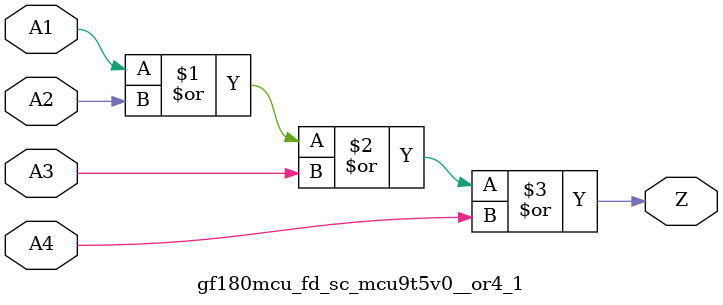
<source format=v>

module gf180mcu_fd_sc_mcu9t5v0__or4_1( A1, A2, A3, A4, Z );
input A1, A2, A3, A4;
output Z;

	or MGM_BG_0( Z, A1, A2, A3, A4 );

endmodule

</source>
